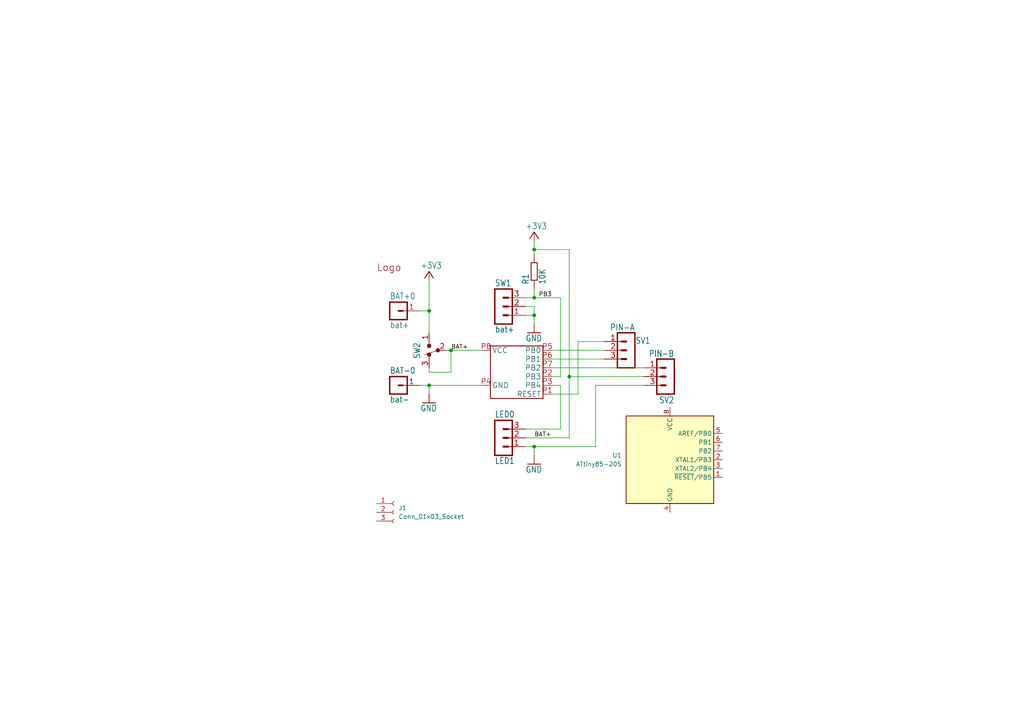
<source format=kicad_sch>
(kicad_sch
	(version 20250114)
	(generator "eeschema")
	(generator_version "9.0")
	(uuid "81b8b084-8461-4b3c-ac30-62ddc960295f")
	(paper "A4")
	(lib_symbols
		(symbol "Connector:Conn_01x03_Socket"
			(pin_names
				(offset 1.016)
				(hide yes)
			)
			(exclude_from_sim no)
			(in_bom yes)
			(on_board yes)
			(property "Reference" "J"
				(at 0 5.08 0)
				(effects
					(font
						(size 1.27 1.27)
					)
				)
			)
			(property "Value" "Conn_01x03_Socket"
				(at 0 -5.08 0)
				(effects
					(font
						(size 1.27 1.27)
					)
				)
			)
			(property "Footprint" ""
				(at 0 0 0)
				(effects
					(font
						(size 1.27 1.27)
					)
					(hide yes)
				)
			)
			(property "Datasheet" "~"
				(at 0 0 0)
				(effects
					(font
						(size 1.27 1.27)
					)
					(hide yes)
				)
			)
			(property "Description" "Generic connector, single row, 01x03, script generated"
				(at 0 0 0)
				(effects
					(font
						(size 1.27 1.27)
					)
					(hide yes)
				)
			)
			(property "ki_locked" ""
				(at 0 0 0)
				(effects
					(font
						(size 1.27 1.27)
					)
				)
			)
			(property "ki_keywords" "connector"
				(at 0 0 0)
				(effects
					(font
						(size 1.27 1.27)
					)
					(hide yes)
				)
			)
			(property "ki_fp_filters" "Connector*:*_1x??_*"
				(at 0 0 0)
				(effects
					(font
						(size 1.27 1.27)
					)
					(hide yes)
				)
			)
			(symbol "Conn_01x03_Socket_1_1"
				(polyline
					(pts
						(xy -1.27 2.54) (xy -0.508 2.54)
					)
					(stroke
						(width 0.1524)
						(type default)
					)
					(fill
						(type none)
					)
				)
				(polyline
					(pts
						(xy -1.27 0) (xy -0.508 0)
					)
					(stroke
						(width 0.1524)
						(type default)
					)
					(fill
						(type none)
					)
				)
				(polyline
					(pts
						(xy -1.27 -2.54) (xy -0.508 -2.54)
					)
					(stroke
						(width 0.1524)
						(type default)
					)
					(fill
						(type none)
					)
				)
				(arc
					(start 0 2.032)
					(mid -0.5058 2.54)
					(end 0 3.048)
					(stroke
						(width 0.1524)
						(type default)
					)
					(fill
						(type none)
					)
				)
				(arc
					(start 0 -0.508)
					(mid -0.5058 0)
					(end 0 0.508)
					(stroke
						(width 0.1524)
						(type default)
					)
					(fill
						(type none)
					)
				)
				(arc
					(start 0 -3.048)
					(mid -0.5058 -2.54)
					(end 0 -2.032)
					(stroke
						(width 0.1524)
						(type default)
					)
					(fill
						(type none)
					)
				)
				(pin passive line
					(at -5.08 2.54 0)
					(length 3.81)
					(name "Pin_1"
						(effects
							(font
								(size 1.27 1.27)
							)
						)
					)
					(number "1"
						(effects
							(font
								(size 1.27 1.27)
							)
						)
					)
				)
				(pin passive line
					(at -5.08 0 0)
					(length 3.81)
					(name "Pin_2"
						(effects
							(font
								(size 1.27 1.27)
							)
						)
					)
					(number "2"
						(effects
							(font
								(size 1.27 1.27)
							)
						)
					)
				)
				(pin passive line
					(at -5.08 -2.54 0)
					(length 3.81)
					(name "Pin_3"
						(effects
							(font
								(size 1.27 1.27)
							)
						)
					)
					(number "3"
						(effects
							(font
								(size 1.27 1.27)
							)
						)
					)
				)
			)
			(embedded_fonts no)
		)
		(symbol "MCU_Microchip_ATtiny:ATtiny85-20S"
			(exclude_from_sim no)
			(in_bom yes)
			(on_board yes)
			(property "Reference" "U"
				(at -12.7 13.97 0)
				(effects
					(font
						(size 1.27 1.27)
					)
					(justify left bottom)
				)
			)
			(property "Value" "ATtiny85-20S"
				(at 2.54 -13.97 0)
				(effects
					(font
						(size 1.27 1.27)
					)
					(justify left top)
				)
			)
			(property "Footprint" "Package_SO:SOIC-8_5.3x5.3mm_P1.27mm"
				(at 0 0 0)
				(effects
					(font
						(size 1.27 1.27)
						(italic yes)
					)
					(hide yes)
				)
			)
			(property "Datasheet" "http://ww1.microchip.com/downloads/en/DeviceDoc/atmel-2586-avr-8-bit-microcontroller-attiny25-attiny45-attiny85_datasheet.pdf"
				(at 0 0 0)
				(effects
					(font
						(size 1.27 1.27)
					)
					(hide yes)
				)
			)
			(property "Description" "20MHz, 8kB Flash, 512B SRAM, 512B EEPROM, debugWIRE, SOIC-8"
				(at 0 0 0)
				(effects
					(font
						(size 1.27 1.27)
					)
					(hide yes)
				)
			)
			(property "ki_keywords" "AVR 8bit Microcontroller tinyAVR"
				(at 0 0 0)
				(effects
					(font
						(size 1.27 1.27)
					)
					(hide yes)
				)
			)
			(property "ki_fp_filters" "*SOIC*5.3x5.3mm*P1.27mm*"
				(at 0 0 0)
				(effects
					(font
						(size 1.27 1.27)
					)
					(hide yes)
				)
			)
			(symbol "ATtiny85-20S_0_1"
				(rectangle
					(start -12.7 -12.7)
					(end 12.7 12.7)
					(stroke
						(width 0.254)
						(type default)
					)
					(fill
						(type background)
					)
				)
			)
			(symbol "ATtiny85-20S_1_1"
				(pin power_in line
					(at 0 15.24 270)
					(length 2.54)
					(name "VCC"
						(effects
							(font
								(size 1.27 1.27)
							)
						)
					)
					(number "8"
						(effects
							(font
								(size 1.27 1.27)
							)
						)
					)
				)
				(pin power_in line
					(at 0 -15.24 90)
					(length 2.54)
					(name "GND"
						(effects
							(font
								(size 1.27 1.27)
							)
						)
					)
					(number "4"
						(effects
							(font
								(size 1.27 1.27)
							)
						)
					)
				)
				(pin bidirectional line
					(at 15.24 7.62 180)
					(length 2.54)
					(name "AREF/PB0"
						(effects
							(font
								(size 1.27 1.27)
							)
						)
					)
					(number "5"
						(effects
							(font
								(size 1.27 1.27)
							)
						)
					)
				)
				(pin bidirectional line
					(at 15.24 5.08 180)
					(length 2.54)
					(name "PB1"
						(effects
							(font
								(size 1.27 1.27)
							)
						)
					)
					(number "6"
						(effects
							(font
								(size 1.27 1.27)
							)
						)
					)
				)
				(pin bidirectional line
					(at 15.24 2.54 180)
					(length 2.54)
					(name "PB2"
						(effects
							(font
								(size 1.27 1.27)
							)
						)
					)
					(number "7"
						(effects
							(font
								(size 1.27 1.27)
							)
						)
					)
				)
				(pin bidirectional line
					(at 15.24 0 180)
					(length 2.54)
					(name "XTAL1/PB3"
						(effects
							(font
								(size 1.27 1.27)
							)
						)
					)
					(number "2"
						(effects
							(font
								(size 1.27 1.27)
							)
						)
					)
				)
				(pin bidirectional line
					(at 15.24 -2.54 180)
					(length 2.54)
					(name "XTAL2/PB4"
						(effects
							(font
								(size 1.27 1.27)
							)
						)
					)
					(number "3"
						(effects
							(font
								(size 1.27 1.27)
							)
						)
					)
				)
				(pin bidirectional line
					(at 15.24 -5.08 180)
					(length 2.54)
					(name "~{RESET}/PB5"
						(effects
							(font
								(size 1.27 1.27)
							)
						)
					)
					(number "1"
						(effects
							(font
								(size 1.27 1.27)
							)
						)
					)
				)
			)
			(embedded_fonts no)
		)
		(symbol "pcb2-3-eagle-import:+3V3"
			(power)
			(exclude_from_sim no)
			(in_bom yes)
			(on_board yes)
			(property "Reference" "#+3V3"
				(at 0 0 0)
				(effects
					(font
						(size 1.27 1.27)
					)
					(hide yes)
				)
			)
			(property "Value" ""
				(at -2.54 -5.08 90)
				(effects
					(font
						(size 1.778 1.5113)
					)
					(justify left bottom)
				)
			)
			(property "Footprint" ""
				(at 0 0 0)
				(effects
					(font
						(size 1.27 1.27)
					)
					(hide yes)
				)
			)
			(property "Datasheet" ""
				(at 0 0 0)
				(effects
					(font
						(size 1.27 1.27)
					)
					(hide yes)
				)
			)
			(property "Description" "SUPPLY SYMBOL"
				(at 0 0 0)
				(effects
					(font
						(size 1.27 1.27)
					)
					(hide yes)
				)
			)
			(property "ki_locked" ""
				(at 0 0 0)
				(effects
					(font
						(size 1.27 1.27)
					)
				)
			)
			(symbol "+3V3_1_0"
				(polyline
					(pts
						(xy 0 0) (xy -1.27 -1.905)
					)
					(stroke
						(width 0.254)
						(type solid)
					)
					(fill
						(type none)
					)
				)
				(polyline
					(pts
						(xy 1.27 -1.905) (xy 0 0)
					)
					(stroke
						(width 0.254)
						(type solid)
					)
					(fill
						(type none)
					)
				)
				(pin power_in line
					(at 0 -2.54 90)
					(length 2.54)
					(name "+3V3"
						(effects
							(font
								(size 0 0)
							)
						)
					)
					(number "1"
						(effects
							(font
								(size 0 0)
							)
						)
					)
				)
			)
			(embedded_fonts no)
		)
		(symbol "pcb2-3-eagle-import:ATTINY85SOP8"
			(exclude_from_sim no)
			(in_bom yes)
			(on_board yes)
			(property "Reference" "ATTINY85-"
				(at 0 0 0)
				(effects
					(font
						(size 1.27 1.27)
					)
					(hide yes)
				)
			)
			(property "Value" ""
				(at 0 0 0)
				(effects
					(font
						(size 1.27 1.27)
					)
					(hide yes)
				)
			)
			(property "Footprint" "pcb2-3:ATTINY85-20SUR"
				(at 0 0 0)
				(effects
					(font
						(size 1.27 1.27)
					)
					(hide yes)
				)
			)
			(property "Datasheet" ""
				(at 0 0 0)
				(effects
					(font
						(size 1.27 1.27)
					)
					(hide yes)
				)
			)
			(property "Description" ""
				(at 0 0 0)
				(effects
					(font
						(size 1.27 1.27)
					)
					(hide yes)
				)
			)
			(property "ki_locked" ""
				(at 0 0 0)
				(effects
					(font
						(size 1.27 1.27)
					)
				)
			)
			(symbol "ATTINY85SOP8_1_0"
				(polyline
					(pts
						(xy -7.62 6.35) (xy 7.62 6.35)
					)
					(stroke
						(width 0.254)
						(type solid)
					)
					(fill
						(type none)
					)
				)
				(polyline
					(pts
						(xy -7.62 -8.89) (xy -7.62 6.35)
					)
					(stroke
						(width 0.254)
						(type solid)
					)
					(fill
						(type none)
					)
				)
				(polyline
					(pts
						(xy 7.62 6.35) (xy 7.62 -8.89)
					)
					(stroke
						(width 0.254)
						(type solid)
					)
					(fill
						(type none)
					)
				)
				(polyline
					(pts
						(xy 7.62 -8.89) (xy -7.62 -8.89)
					)
					(stroke
						(width 0.254)
						(type solid)
					)
					(fill
						(type none)
					)
				)
				(pin bidirectional line
					(at -10.16 5.08 0)
					(length 2.54)
					(name "VCC"
						(effects
							(font
								(size 1.524 1.524)
							)
						)
					)
					(number "P8"
						(effects
							(font
								(size 1.524 1.524)
							)
						)
					)
				)
				(pin bidirectional line
					(at -10.16 -5.08 0)
					(length 2.54)
					(name "GND"
						(effects
							(font
								(size 1.524 1.524)
							)
						)
					)
					(number "P4"
						(effects
							(font
								(size 1.524 1.524)
							)
						)
					)
				)
				(pin bidirectional line
					(at 10.16 5.08 180)
					(length 2.54)
					(name "PB0"
						(effects
							(font
								(size 1.524 1.524)
							)
						)
					)
					(number "P5"
						(effects
							(font
								(size 1.524 1.524)
							)
						)
					)
				)
				(pin bidirectional line
					(at 10.16 2.54 180)
					(length 2.54)
					(name "PB1"
						(effects
							(font
								(size 1.524 1.524)
							)
						)
					)
					(number "P6"
						(effects
							(font
								(size 1.524 1.524)
							)
						)
					)
				)
				(pin bidirectional line
					(at 10.16 0 180)
					(length 2.54)
					(name "PB2"
						(effects
							(font
								(size 1.524 1.524)
							)
						)
					)
					(number "P7"
						(effects
							(font
								(size 1.524 1.524)
							)
						)
					)
				)
				(pin bidirectional line
					(at 10.16 -2.54 180)
					(length 2.54)
					(name "PB3"
						(effects
							(font
								(size 1.524 1.524)
							)
						)
					)
					(number "P2"
						(effects
							(font
								(size 1.524 1.524)
							)
						)
					)
				)
				(pin bidirectional line
					(at 10.16 -5.08 180)
					(length 2.54)
					(name "PB4"
						(effects
							(font
								(size 1.524 1.524)
							)
						)
					)
					(number "P3"
						(effects
							(font
								(size 1.524 1.524)
							)
						)
					)
				)
				(pin bidirectional line
					(at 10.16 -7.62 180)
					(length 2.54)
					(name "RESET"
						(effects
							(font
								(size 1.524 1.524)
							)
						)
					)
					(number "P1"
						(effects
							(font
								(size 1.524 1.524)
							)
						)
					)
				)
			)
			(embedded_fonts no)
		)
		(symbol "pcb2-3-eagle-import:GND"
			(power)
			(exclude_from_sim no)
			(in_bom yes)
			(on_board yes)
			(property "Reference" "#GND"
				(at 0 0 0)
				(effects
					(font
						(size 1.27 1.27)
					)
					(hide yes)
				)
			)
			(property "Value" ""
				(at -2.54 -2.54 0)
				(effects
					(font
						(size 1.778 1.5113)
					)
					(justify left bottom)
				)
			)
			(property "Footprint" ""
				(at 0 0 0)
				(effects
					(font
						(size 1.27 1.27)
					)
					(hide yes)
				)
			)
			(property "Datasheet" ""
				(at 0 0 0)
				(effects
					(font
						(size 1.27 1.27)
					)
					(hide yes)
				)
			)
			(property "Description" "SUPPLY SYMBOL"
				(at 0 0 0)
				(effects
					(font
						(size 1.27 1.27)
					)
					(hide yes)
				)
			)
			(property "ki_locked" ""
				(at 0 0 0)
				(effects
					(font
						(size 1.27 1.27)
					)
				)
			)
			(symbol "GND_1_0"
				(polyline
					(pts
						(xy -1.905 0) (xy 1.905 0)
					)
					(stroke
						(width 0.254)
						(type solid)
					)
					(fill
						(type none)
					)
				)
				(pin power_in line
					(at 0 2.54 270)
					(length 2.54)
					(name "GND"
						(effects
							(font
								(size 0 0)
							)
						)
					)
					(number "1"
						(effects
							(font
								(size 0 0)
							)
						)
					)
				)
			)
			(embedded_fonts no)
		)
		(symbol "pcb2-3-eagle-import:LOGO-YT"
			(exclude_from_sim no)
			(in_bom yes)
			(on_board yes)
			(property "Reference" "LOGO"
				(at 0 0 0)
				(effects
					(font
						(size 1.27 1.27)
					)
					(hide yes)
				)
			)
			(property "Value" ""
				(at 0 0 0)
				(effects
					(font
						(size 1.27 1.27)
					)
					(hide yes)
				)
			)
			(property "Footprint" "pcb2-3:LOGO-YT1"
				(at 0 0 0)
				(effects
					(font
						(size 1.27 1.27)
					)
					(hide yes)
				)
			)
			(property "Datasheet" ""
				(at 0 0 0)
				(effects
					(font
						(size 1.27 1.27)
					)
					(hide yes)
				)
			)
			(property "Description" "Logo Bitmap"
				(at 0 0 0)
				(effects
					(font
						(size 1.27 1.27)
					)
					(hide yes)
				)
			)
			(property "ki_locked" ""
				(at 0 0 0)
				(effects
					(font
						(size 1.27 1.27)
					)
				)
			)
			(symbol "LOGO-YT_1_0"
				(text "Logo"
					(at 0 0 0)
					(effects
						(font
							(size 2 2)
						)
						(justify left bottom)
					)
				)
			)
			(embedded_fonts no)
		)
		(symbol "pcb2-3-eagle-import:PINHEAD-MA01-1"
			(exclude_from_sim no)
			(in_bom yes)
			(on_board yes)
			(property "Reference" ""
				(at -1.27 3.302 0)
				(effects
					(font
						(size 1.778 1.5113)
					)
					(justify left bottom)
				)
			)
			(property "Value" ""
				(at -1.27 -5.08 0)
				(effects
					(font
						(size 1.778 1.5113)
					)
					(justify left bottom)
				)
			)
			(property "Footprint" "pcb2-3:PINHEAD-MA01-1"
				(at 0 0 0)
				(effects
					(font
						(size 1.27 1.27)
					)
					(hide yes)
				)
			)
			(property "Datasheet" ""
				(at 0 0 0)
				(effects
					(font
						(size 1.27 1.27)
					)
					(hide yes)
				)
			)
			(property "Description" ""
				(at 0 0 0)
				(effects
					(font
						(size 1.27 1.27)
					)
					(hide yes)
				)
			)
			(property "ki_locked" ""
				(at 0 0 0)
				(effects
					(font
						(size 1.27 1.27)
					)
				)
			)
			(symbol "PINHEAD-MA01-1_1_0"
				(polyline
					(pts
						(xy -1.27 2.54) (xy -1.27 -2.54)
					)
					(stroke
						(width 0.4064)
						(type solid)
					)
					(fill
						(type none)
					)
				)
				(polyline
					(pts
						(xy -1.27 2.54) (xy 3.81 2.54)
					)
					(stroke
						(width 0.4064)
						(type solid)
					)
					(fill
						(type none)
					)
				)
				(polyline
					(pts
						(xy 1.27 0) (xy 2.54 0)
					)
					(stroke
						(width 0.508)
						(type solid)
					)
					(fill
						(type none)
					)
				)
				(polyline
					(pts
						(xy 3.81 -2.54) (xy -1.27 -2.54)
					)
					(stroke
						(width 0.4064)
						(type solid)
					)
					(fill
						(type none)
					)
				)
				(polyline
					(pts
						(xy 3.81 -2.54) (xy 3.81 2.54)
					)
					(stroke
						(width 0.4064)
						(type solid)
					)
					(fill
						(type none)
					)
				)
				(pin passive line
					(at 7.62 0 180)
					(length 5.08)
					(name "1"
						(effects
							(font
								(size 0 0)
							)
						)
					)
					(number "1"
						(effects
							(font
								(size 1.524 1.524)
							)
						)
					)
				)
			)
			(embedded_fonts no)
		)
		(symbol "pcb2-3-eagle-import:PINHEAD-MA03-1"
			(exclude_from_sim no)
			(in_bom yes)
			(on_board yes)
			(property "Reference" "SV"
				(at -1.27 8.382 0)
				(effects
					(font
						(size 1.778 1.5113)
					)
					(justify left bottom)
				)
			)
			(property "Value" ""
				(at -1.27 -5.08 0)
				(effects
					(font
						(size 1.778 1.5113)
					)
					(justify left bottom)
				)
			)
			(property "Footprint" "pcb2-3:PINHEAD-MA03-1"
				(at 0 0 0)
				(effects
					(font
						(size 1.27 1.27)
					)
					(hide yes)
				)
			)
			(property "Datasheet" ""
				(at 0 0 0)
				(effects
					(font
						(size 1.27 1.27)
					)
					(hide yes)
				)
			)
			(property "Description" "PIN HEADER"
				(at 0 0 0)
				(effects
					(font
						(size 1.27 1.27)
					)
					(hide yes)
				)
			)
			(property "ki_locked" ""
				(at 0 0 0)
				(effects
					(font
						(size 1.27 1.27)
					)
				)
			)
			(symbol "PINHEAD-MA03-1_1_0"
				(polyline
					(pts
						(xy -1.27 7.62) (xy -1.27 -2.54)
					)
					(stroke
						(width 0.4064)
						(type solid)
					)
					(fill
						(type none)
					)
				)
				(polyline
					(pts
						(xy -1.27 7.62) (xy 3.81 7.62)
					)
					(stroke
						(width 0.4064)
						(type solid)
					)
					(fill
						(type none)
					)
				)
				(polyline
					(pts
						(xy 1.27 5.08) (xy 2.54 5.08)
					)
					(stroke
						(width 0.6096)
						(type solid)
					)
					(fill
						(type none)
					)
				)
				(polyline
					(pts
						(xy 1.27 2.54) (xy 2.54 2.54)
					)
					(stroke
						(width 0.6096)
						(type solid)
					)
					(fill
						(type none)
					)
				)
				(polyline
					(pts
						(xy 1.27 0) (xy 2.54 0)
					)
					(stroke
						(width 0.6096)
						(type solid)
					)
					(fill
						(type none)
					)
				)
				(polyline
					(pts
						(xy 3.81 -2.54) (xy -1.27 -2.54)
					)
					(stroke
						(width 0.4064)
						(type solid)
					)
					(fill
						(type none)
					)
				)
				(polyline
					(pts
						(xy 3.81 -2.54) (xy 3.81 7.62)
					)
					(stroke
						(width 0.4064)
						(type solid)
					)
					(fill
						(type none)
					)
				)
				(pin passive line
					(at 7.62 5.08 180)
					(length 5.08)
					(name "3"
						(effects
							(font
								(size 0 0)
							)
						)
					)
					(number "3"
						(effects
							(font
								(size 1.524 1.524)
							)
						)
					)
				)
				(pin passive line
					(at 7.62 2.54 180)
					(length 5.08)
					(name "2"
						(effects
							(font
								(size 0 0)
							)
						)
					)
					(number "2"
						(effects
							(font
								(size 1.524 1.524)
							)
						)
					)
				)
				(pin passive line
					(at 7.62 0 180)
					(length 5.08)
					(name "1"
						(effects
							(font
								(size 0 0)
							)
						)
					)
					(number "1"
						(effects
							(font
								(size 1.524 1.524)
							)
						)
					)
				)
			)
			(embedded_fonts no)
		)
		(symbol "pcb2-3-eagle-import:R-EU_M3216"
			(exclude_from_sim no)
			(in_bom yes)
			(on_board yes)
			(property "Reference" "R"
				(at -3.81 1.4986 0)
				(effects
					(font
						(size 1.778 1.5113)
					)
					(justify left bottom)
				)
			)
			(property "Value" ""
				(at -3.81 -3.302 0)
				(effects
					(font
						(size 1.778 1.5113)
					)
					(justify left bottom)
				)
			)
			(property "Footprint" "pcb2-3:M3216"
				(at 0 0 0)
				(effects
					(font
						(size 1.27 1.27)
					)
					(hide yes)
				)
			)
			(property "Datasheet" ""
				(at 0 0 0)
				(effects
					(font
						(size 1.27 1.27)
					)
					(hide yes)
				)
			)
			(property "Description" "RESISTOR, European symbol"
				(at 0 0 0)
				(effects
					(font
						(size 1.27 1.27)
					)
					(hide yes)
				)
			)
			(property "ki_locked" ""
				(at 0 0 0)
				(effects
					(font
						(size 1.27 1.27)
					)
				)
			)
			(symbol "R-EU_M3216_1_0"
				(polyline
					(pts
						(xy -2.54 -0.889) (xy -2.54 0.889)
					)
					(stroke
						(width 0.254)
						(type solid)
					)
					(fill
						(type none)
					)
				)
				(polyline
					(pts
						(xy -2.54 -0.889) (xy 2.54 -0.889)
					)
					(stroke
						(width 0.254)
						(type solid)
					)
					(fill
						(type none)
					)
				)
				(polyline
					(pts
						(xy 2.54 0.889) (xy -2.54 0.889)
					)
					(stroke
						(width 0.254)
						(type solid)
					)
					(fill
						(type none)
					)
				)
				(polyline
					(pts
						(xy 2.54 -0.889) (xy 2.54 0.889)
					)
					(stroke
						(width 0.254)
						(type solid)
					)
					(fill
						(type none)
					)
				)
				(pin passive line
					(at -5.08 0 0)
					(length 2.54)
					(name "1"
						(effects
							(font
								(size 0 0)
							)
						)
					)
					(number "1"
						(effects
							(font
								(size 0 0)
							)
						)
					)
				)
				(pin passive line
					(at 5.08 0 180)
					(length 2.54)
					(name "2"
						(effects
							(font
								(size 0 0)
							)
						)
					)
					(number "2"
						(effects
							(font
								(size 0 0)
							)
						)
					)
				)
			)
			(embedded_fonts no)
		)
		(symbol "pcb2-3-eagle-import:SW3-1"
			(exclude_from_sim no)
			(in_bom yes)
			(on_board yes)
			(property "Reference" "SW"
				(at 1.27 2.54 0)
				(effects
					(font
						(size 1.778 1.5113)
					)
					(justify left bottom)
				)
			)
			(property "Value" ""
				(at 0 0 0)
				(effects
					(font
						(size 1.27 1.27)
					)
					(hide yes)
				)
			)
			(property "Footprint" "pcb2-3:SW3-1"
				(at 0 0 0)
				(effects
					(font
						(size 1.27 1.27)
					)
					(hide yes)
				)
			)
			(property "Datasheet" ""
				(at 0 0 0)
				(effects
					(font
						(size 1.27 1.27)
					)
					(hide yes)
				)
			)
			(property "Description" "Slide Switch 3x1 pin\n\nhttps://www.amazon.co.jp/gp/product/B01LYVYQNO/ https://www.amazon.co.jp/gp/product/B01LYVYQNO/\n\nSS12D00G3 2ポジションSPDT 1P2T 3ピン"
				(at 0 0 0)
				(effects
					(font
						(size 1.27 1.27)
					)
					(hide yes)
				)
			)
			(property "ki_locked" ""
				(at 0 0 0)
				(effects
					(font
						(size 1.27 1.27)
					)
				)
			)
			(symbol "SW3-1_1_0"
				(polyline
					(pts
						(xy 0 2.54) (xy 0 1.27)
					)
					(stroke
						(width 0.1524)
						(type solid)
					)
					(fill
						(type none)
					)
				)
				(circle
					(center 0 1.27)
					(radius 0.1)
					(stroke
						(width 0.508)
						(type solid)
					)
					(fill
						(type none)
					)
				)
				(circle
					(center 0 -1.27)
					(radius 0.1)
					(stroke
						(width 0.508)
						(type solid)
					)
					(fill
						(type none)
					)
				)
				(polyline
					(pts
						(xy 0 -2.54) (xy 0 -1.27)
					)
					(stroke
						(width 0.1524)
						(type solid)
					)
					(fill
						(type none)
					)
				)
				(polyline
					(pts
						(xy 2.54 0) (xy -1.27 -1.27)
					)
					(stroke
						(width 0.1524)
						(type solid)
					)
					(fill
						(type none)
					)
				)
				(circle
					(center 2.54 0)
					(radius 0.1)
					(stroke
						(width 0.508)
						(type solid)
					)
					(fill
						(type none)
					)
				)
				(pin passive line
					(at 0 5.08 270)
					(length 2.54)
					(name "1"
						(effects
							(font
								(size 0 0)
							)
						)
					)
					(number "1"
						(effects
							(font
								(size 1.524 1.524)
							)
						)
					)
				)
				(pin passive line
					(at 0 -5.08 90)
					(length 2.54)
					(name "3"
						(effects
							(font
								(size 0 0)
							)
						)
					)
					(number "3"
						(effects
							(font
								(size 1.524 1.524)
							)
						)
					)
				)
				(pin passive line
					(at 5.08 0 180)
					(length 2.54)
					(name "2"
						(effects
							(font
								(size 0 0)
							)
						)
					)
					(number "2"
						(effects
							(font
								(size 1.524 1.524)
							)
						)
					)
				)
			)
			(embedded_fonts no)
		)
		(symbol "pcb2-3-eagle-import:ytani1_30941153_PINHEAD-MA03-1"
			(exclude_from_sim no)
			(in_bom yes)
			(on_board yes)
			(property "Reference" "SV"
				(at -1.27 8.382 0)
				(effects
					(font
						(size 1.778 1.5113)
					)
					(justify left bottom)
				)
			)
			(property "Value" ""
				(at -1.27 -5.08 0)
				(effects
					(font
						(size 1.778 1.5113)
					)
					(justify left bottom)
				)
			)
			(property "Footprint" "pcb2-3:PINHEAD-MA03-1"
				(at 0 0 0)
				(effects
					(font
						(size 1.27 1.27)
					)
					(hide yes)
				)
			)
			(property "Datasheet" ""
				(at 0 0 0)
				(effects
					(font
						(size 1.27 1.27)
					)
					(hide yes)
				)
			)
			(property "Description" "PIN HEADER"
				(at 0 0 0)
				(effects
					(font
						(size 1.27 1.27)
					)
					(hide yes)
				)
			)
			(property "ki_locked" ""
				(at 0 0 0)
				(effects
					(font
						(size 1.27 1.27)
					)
				)
			)
			(symbol "ytani1_30941153_PINHEAD-MA03-1_1_0"
				(polyline
					(pts
						(xy -1.27 7.62) (xy -1.27 -2.54)
					)
					(stroke
						(width 0.4064)
						(type solid)
					)
					(fill
						(type none)
					)
				)
				(polyline
					(pts
						(xy -1.27 7.62) (xy 3.81 7.62)
					)
					(stroke
						(width 0.4064)
						(type solid)
					)
					(fill
						(type none)
					)
				)
				(polyline
					(pts
						(xy 1.27 5.08) (xy 2.54 5.08)
					)
					(stroke
						(width 0.6096)
						(type solid)
					)
					(fill
						(type none)
					)
				)
				(polyline
					(pts
						(xy 1.27 2.54) (xy 2.54 2.54)
					)
					(stroke
						(width 0.6096)
						(type solid)
					)
					(fill
						(type none)
					)
				)
				(polyline
					(pts
						(xy 1.27 0) (xy 2.54 0)
					)
					(stroke
						(width 0.6096)
						(type solid)
					)
					(fill
						(type none)
					)
				)
				(polyline
					(pts
						(xy 3.81 -2.54) (xy -1.27 -2.54)
					)
					(stroke
						(width 0.4064)
						(type solid)
					)
					(fill
						(type none)
					)
				)
				(polyline
					(pts
						(xy 3.81 -2.54) (xy 3.81 7.62)
					)
					(stroke
						(width 0.4064)
						(type solid)
					)
					(fill
						(type none)
					)
				)
				(pin passive line
					(at 7.62 5.08 180)
					(length 5.08)
					(name "3"
						(effects
							(font
								(size 0 0)
							)
						)
					)
					(number "3"
						(effects
							(font
								(size 1.524 1.524)
							)
						)
					)
				)
				(pin passive line
					(at 7.62 2.54 180)
					(length 5.08)
					(name "2"
						(effects
							(font
								(size 0 0)
							)
						)
					)
					(number "2"
						(effects
							(font
								(size 1.524 1.524)
							)
						)
					)
				)
				(pin passive line
					(at 7.62 0 180)
					(length 5.08)
					(name "1"
						(effects
							(font
								(size 0 0)
							)
						)
					)
					(number "1"
						(effects
							(font
								(size 1.524 1.524)
							)
						)
					)
				)
			)
			(embedded_fonts no)
		)
	)
	(junction
		(at 154.94 91.44)
		(diameter 0)
		(color 0 0 0 0)
		(uuid "29a3b533-b9bc-442c-b514-6e455f09f2f9")
	)
	(junction
		(at 124.46 90.17)
		(diameter 0)
		(color 0 0 0 0)
		(uuid "41e0b6d3-19fa-4563-94e5-98bbb23272c4")
	)
	(junction
		(at 130.81 101.6)
		(diameter 0)
		(color 0 0 0 0)
		(uuid "5a49cdf1-773c-4afc-8fa9-d2131d61fc79")
	)
	(junction
		(at 154.94 72.39)
		(diameter 0)
		(color 0 0 0 0)
		(uuid "68a2a5b5-2b9e-4b77-b1ad-f34fd7b1e8b9")
	)
	(junction
		(at 165.1 109.22)
		(diameter 0)
		(color 0 0 0 0)
		(uuid "7a47490c-f52b-4fd7-b2cd-39940788fe08")
	)
	(junction
		(at 154.94 86.36)
		(diameter 0)
		(color 0 0 0 0)
		(uuid "89e060b7-5e16-46d8-ba71-d731886dd56a")
	)
	(junction
		(at 154.94 129.54)
		(diameter 0)
		(color 0 0 0 0)
		(uuid "96ec384d-38d4-4076-ab88-89350fbd853c")
	)
	(junction
		(at 124.46 111.76)
		(diameter 0)
		(color 0 0 0 0)
		(uuid "f72d328d-ede2-4f6f-a2ca-9b44d7f1b206")
	)
	(wire
		(pts
			(xy 124.46 106.68) (xy 124.46 107.95)
		)
		(stroke
			(width 0.1524)
			(type solid)
		)
		(uuid "048bb83a-36db-4516-8156-3fe69ef49ff0")
	)
	(wire
		(pts
			(xy 186.69 109.22) (xy 165.1 109.22)
		)
		(stroke
			(width 0.1524)
			(type solid)
		)
		(uuid "04cb41eb-b899-4a5c-af8c-10fdaff34301")
	)
	(wire
		(pts
			(xy 154.94 72.39) (xy 154.94 73.66)
		)
		(stroke
			(width 0.1524)
			(type solid)
		)
		(uuid "0c385783-7231-4597-b6cd-fbea0319b1de")
	)
	(wire
		(pts
			(xy 124.46 111.76) (xy 124.46 114.3)
		)
		(stroke
			(width 0.1524)
			(type solid)
		)
		(uuid "1e994101-ef0c-4e8b-8db3-2525bece96b8")
	)
	(wire
		(pts
			(xy 167.64 114.3) (xy 167.64 99.06)
		)
		(stroke
			(width 0.1524)
			(type solid)
		)
		(uuid "2122bfec-136a-4f12-8d7d-0e786befa833")
	)
	(wire
		(pts
			(xy 165.1 109.22) (xy 165.1 72.39)
		)
		(stroke
			(width 0.1524)
			(type solid)
		)
		(uuid "22cabd80-e908-4bac-8f52-b2430dc4e8d6")
	)
	(wire
		(pts
			(xy 160.02 104.14) (xy 175.26 104.14)
		)
		(stroke
			(width 0.1524)
			(type solid)
		)
		(uuid "299c1e8f-c119-4c5b-86a8-26f082b6796b")
	)
	(wire
		(pts
			(xy 160.02 114.3) (xy 167.64 114.3)
		)
		(stroke
			(width 0.1524)
			(type solid)
		)
		(uuid "2d38019c-e8c1-4699-81dc-a5fcadc3c49a")
	)
	(wire
		(pts
			(xy 172.72 111.76) (xy 172.72 129.54)
		)
		(stroke
			(width 0.1524)
			(type solid)
		)
		(uuid "34b84276-6eac-46d0-a214-e1b76c7f7849")
	)
	(wire
		(pts
			(xy 152.4 127) (xy 165.1 127)
		)
		(stroke
			(width 0.1524)
			(type solid)
		)
		(uuid "385773d3-8641-42a2-af2e-1c0822f67876")
	)
	(wire
		(pts
			(xy 160.02 109.22) (xy 162.56 109.22)
		)
		(stroke
			(width 0.1524)
			(type solid)
		)
		(uuid "5319541b-dcbd-482e-b664-b77a9e7f4c85")
	)
	(wire
		(pts
			(xy 154.94 91.44) (xy 154.94 93.98)
		)
		(stroke
			(width 0.1524)
			(type solid)
		)
		(uuid "540b0816-b686-4627-9986-2846acf0f0ed")
	)
	(wire
		(pts
			(xy 154.94 129.54) (xy 154.94 132.08)
		)
		(stroke
			(width 0.1524)
			(type solid)
		)
		(uuid "5715c14f-aaf7-4436-b9ce-1a72c970da44")
	)
	(wire
		(pts
			(xy 124.46 111.76) (xy 139.7 111.76)
		)
		(stroke
			(width 0.1524)
			(type solid)
		)
		(uuid "5bbf9acc-6100-4918-abdb-86950eea0c0d")
	)
	(wire
		(pts
			(xy 186.69 111.76) (xy 172.72 111.76)
		)
		(stroke
			(width 0.1524)
			(type solid)
		)
		(uuid "5c9a7885-7792-4885-9b13-7684ceffba71")
	)
	(wire
		(pts
			(xy 162.56 109.22) (xy 162.56 86.36)
		)
		(stroke
			(width 0.1524)
			(type solid)
		)
		(uuid "5c9fed8a-ae98-4056-a0d9-9a82ef3f6a96")
	)
	(wire
		(pts
			(xy 124.46 90.17) (xy 124.46 81.28)
		)
		(stroke
			(width 0.1524)
			(type solid)
		)
		(uuid "60dd3408-b58b-4c38-b780-03aad13787a3")
	)
	(wire
		(pts
			(xy 162.56 111.76) (xy 160.02 111.76)
		)
		(stroke
			(width 0.1524)
			(type solid)
		)
		(uuid "637136c8-679d-44e0-8dbb-f583268733dc")
	)
	(wire
		(pts
			(xy 152.4 88.9) (xy 154.94 88.9)
		)
		(stroke
			(width 0.1524)
			(type solid)
		)
		(uuid "6feee426-f1de-486d-814a-3ae01e222be9")
	)
	(wire
		(pts
			(xy 160.02 106.68) (xy 186.69 106.68)
		)
		(stroke
			(width 0.1524)
			(type solid)
		)
		(uuid "7851fa71-f677-45b6-84c0-198d98ebfc53")
	)
	(wire
		(pts
			(xy 130.81 101.6) (xy 139.7 101.6)
		)
		(stroke
			(width 0.1524)
			(type solid)
		)
		(uuid "8385dab5-8e90-4d93-bf07-08ad52eda050")
	)
	(wire
		(pts
			(xy 152.4 129.54) (xy 154.94 129.54)
		)
		(stroke
			(width 0.1524)
			(type solid)
		)
		(uuid "888752be-af0a-4b8a-b46a-a8e581b4d9b3")
	)
	(wire
		(pts
			(xy 154.94 72.39) (xy 165.1 72.39)
		)
		(stroke
			(width 0.1524)
			(type solid)
		)
		(uuid "908023f0-0b97-47c0-a418-c4686ce5d5f4")
	)
	(wire
		(pts
			(xy 124.46 96.52) (xy 124.46 90.17)
		)
		(stroke
			(width 0.1524)
			(type solid)
		)
		(uuid "9468d91d-f744-4966-a21a-d5173e784fcb")
	)
	(wire
		(pts
			(xy 154.94 86.36) (xy 154.94 83.82)
		)
		(stroke
			(width 0.1524)
			(type solid)
		)
		(uuid "96f6613f-d9a3-4039-9983-f9d0e9231643")
	)
	(wire
		(pts
			(xy 124.46 107.95) (xy 130.81 107.95)
		)
		(stroke
			(width 0.1524)
			(type solid)
		)
		(uuid "99b5c0d7-7bce-4b80-be9b-523093877863")
	)
	(wire
		(pts
			(xy 167.64 99.06) (xy 175.26 99.06)
		)
		(stroke
			(width 0.1524)
			(type solid)
		)
		(uuid "9b44a9cf-cd92-4791-9c8e-1891c67b9a8e")
	)
	(wire
		(pts
			(xy 162.56 86.36) (xy 154.94 86.36)
		)
		(stroke
			(width 0.1524)
			(type solid)
		)
		(uuid "a4839aa8-5c2e-419c-bda6-952b2af5029b")
	)
	(wire
		(pts
			(xy 154.94 88.9) (xy 154.94 91.44)
		)
		(stroke
			(width 0.1524)
			(type solid)
		)
		(uuid "a69516ae-0e83-466b-bbef-914e348f3580")
	)
	(wire
		(pts
			(xy 130.81 107.95) (xy 130.81 101.6)
		)
		(stroke
			(width 0.1524)
			(type solid)
		)
		(uuid "a8621385-f61d-4059-8029-b6dde0299185")
	)
	(wire
		(pts
			(xy 172.72 129.54) (xy 154.94 129.54)
		)
		(stroke
			(width 0.1524)
			(type solid)
		)
		(uuid "b3470b4d-a143-4730-95aa-cab6a444a199")
	)
	(wire
		(pts
			(xy 162.56 124.46) (xy 162.56 111.76)
		)
		(stroke
			(width 0.1524)
			(type solid)
		)
		(uuid "ba501821-9497-478b-bfdc-5f5fe84d4681")
	)
	(wire
		(pts
			(xy 165.1 127) (xy 165.1 109.22)
		)
		(stroke
			(width 0.1524)
			(type solid)
		)
		(uuid "c0619a5f-cd0c-4ef0-90db-2c10bff6e845")
	)
	(wire
		(pts
			(xy 154.94 69.85) (xy 154.94 72.39)
		)
		(stroke
			(width 0)
			(type default)
		)
		(uuid "c9456a11-243e-4a16-ac46-eecd53fb296a")
	)
	(wire
		(pts
			(xy 121.92 90.17) (xy 124.46 90.17)
		)
		(stroke
			(width 0.1524)
			(type solid)
		)
		(uuid "d24c1f58-a8ff-437c-a26a-ccad46402a46")
	)
	(wire
		(pts
			(xy 160.02 101.6) (xy 175.26 101.6)
		)
		(stroke
			(width 0.1524)
			(type solid)
		)
		(uuid "da62e984-25a3-4d89-a311-3916099ca87c")
	)
	(wire
		(pts
			(xy 152.4 86.36) (xy 154.94 86.36)
		)
		(stroke
			(width 0.1524)
			(type solid)
		)
		(uuid "dbdb1912-5190-450b-b3c4-a288af10ddd8")
	)
	(wire
		(pts
			(xy 121.92 111.76) (xy 124.46 111.76)
		)
		(stroke
			(width 0.1524)
			(type solid)
		)
		(uuid "dfb4e15b-7fb8-4589-9969-20080c1fb34a")
	)
	(wire
		(pts
			(xy 129.54 101.6) (xy 130.81 101.6)
		)
		(stroke
			(width 0.1524)
			(type solid)
		)
		(uuid "ebd4e9f6-81b7-4337-a5b0-74362b2143e4")
	)
	(wire
		(pts
			(xy 152.4 91.44) (xy 154.94 91.44)
		)
		(stroke
			(width 0.1524)
			(type solid)
		)
		(uuid "f9f782ff-fc45-460f-9a96-64563eb68455")
	)
	(wire
		(pts
			(xy 152.4 124.46) (xy 162.56 124.46)
		)
		(stroke
			(width 0.1524)
			(type solid)
		)
		(uuid "fd26ef3d-2b9c-461a-b849-aa20116f3c53")
	)
	(label "PB3"
		(at 156.21 86.36 0)
		(effects
			(font
				(size 1.2446 1.2446)
			)
			(justify left bottom)
		)
		(uuid "415362c7-f175-4a54-ad23-530c67b5c315")
	)
	(label "BAT+"
		(at 154.94 127 0)
		(effects
			(font
				(size 1.2446 1.2446)
			)
			(justify left bottom)
		)
		(uuid "b741d0f4-b452-4249-a786-00685d9c6ffd")
	)
	(label "BAT+"
		(at 130.81 101.6 0)
		(effects
			(font
				(size 1.2446 1.2446)
			)
			(justify left bottom)
		)
		(uuid "e9853295-d41d-47d8-8685-387fa0cc0b84")
	)
	(symbol
		(lib_id "pcb2-3-eagle-import:GND")
		(at 124.46 116.84 0)
		(unit 1)
		(exclude_from_sim no)
		(in_bom yes)
		(on_board yes)
		(dnp no)
		(uuid "0740ccff-50ea-4963-8da3-d8e135b06006")
		(property "Reference" "#GND1"
			(at 124.46 116.84 0)
			(effects
				(font
					(size 1.27 1.27)
				)
				(hide yes)
			)
		)
		(property "Value" "GND"
			(at 121.92 119.38 0)
			(effects
				(font
					(size 1.778 1.5113)
				)
				(justify left bottom)
			)
		)
		(property "Footprint" ""
			(at 124.46 116.84 0)
			(effects
				(font
					(size 1.27 1.27)
				)
				(hide yes)
			)
		)
		(property "Datasheet" ""
			(at 124.46 116.84 0)
			(effects
				(font
					(size 1.27 1.27)
				)
				(hide yes)
			)
		)
		(property "Description" ""
			(at 124.46 116.84 0)
			(effects
				(font
					(size 1.27 1.27)
				)
				(hide yes)
			)
		)
		(pin "1"
			(uuid "4d81f8fd-d3ac-4995-a1ec-05c52b2514b7")
		)
		(instances
			(project ""
				(path "/81b8b084-8461-4b3c-ac30-62ddc960295f"
					(reference "#GND1")
					(unit 1)
				)
			)
		)
	)
	(symbol
		(lib_id "pcb2-3-eagle-import:GND")
		(at 154.94 134.62 0)
		(unit 1)
		(exclude_from_sim no)
		(in_bom yes)
		(on_board yes)
		(dnp no)
		(uuid "0edfcb43-994d-4658-bc54-df28b31edec6")
		(property "Reference" "#GND4"
			(at 154.94 134.62 0)
			(effects
				(font
					(size 1.27 1.27)
				)
				(hide yes)
			)
		)
		(property "Value" "GND"
			(at 152.4 137.16 0)
			(effects
				(font
					(size 1.778 1.5113)
				)
				(justify left bottom)
			)
		)
		(property "Footprint" ""
			(at 154.94 134.62 0)
			(effects
				(font
					(size 1.27 1.27)
				)
				(hide yes)
			)
		)
		(property "Datasheet" ""
			(at 154.94 134.62 0)
			(effects
				(font
					(size 1.27 1.27)
				)
				(hide yes)
			)
		)
		(property "Description" ""
			(at 154.94 134.62 0)
			(effects
				(font
					(size 1.27 1.27)
				)
				(hide yes)
			)
		)
		(pin "1"
			(uuid "c711e328-8c22-4dab-8b89-aba813507f84")
		)
		(instances
			(project ""
				(path "/81b8b084-8461-4b3c-ac30-62ddc960295f"
					(reference "#GND4")
					(unit 1)
				)
			)
		)
	)
	(symbol
		(lib_id "pcb2-3-eagle-import:ytani1_30941153_PINHEAD-MA03-1")
		(at 144.78 129.54 0)
		(unit 1)
		(exclude_from_sim no)
		(in_bom yes)
		(on_board yes)
		(dnp no)
		(uuid "1ac74df5-cd86-4516-b679-710af7aa60e3")
		(property "Reference" "LED0"
			(at 143.51 121.158 0)
			(effects
				(font
					(size 1.778 1.5113)
				)
				(justify left bottom)
			)
		)
		(property "Value" "LED1"
			(at 143.51 134.62 0)
			(effects
				(font
					(size 1.778 1.5113)
				)
				(justify left bottom)
			)
		)
		(property "Footprint" "pcb2-3:PINHEAD-MA03-1"
			(at 144.78 129.54 0)
			(effects
				(font
					(size 1.27 1.27)
				)
				(hide yes)
			)
		)
		(property "Datasheet" ""
			(at 144.78 129.54 0)
			(effects
				(font
					(size 1.27 1.27)
				)
				(hide yes)
			)
		)
		(property "Description" ""
			(at 144.78 129.54 0)
			(effects
				(font
					(size 1.27 1.27)
				)
				(hide yes)
			)
		)
		(pin "1"
			(uuid "92ec8d4b-643d-4f60-9a40-6278140c25ef")
		)
		(pin "3"
			(uuid "877deb17-b586-4350-9a88-812966657c36")
		)
		(pin "2"
			(uuid "4bff48c0-9261-4caf-9d57-5dbcd4d7ad18")
		)
		(instances
			(project ""
				(path "/81b8b084-8461-4b3c-ac30-62ddc960295f"
					(reference "LED0")
					(unit 1)
				)
			)
		)
	)
	(symbol
		(lib_id "pcb2-3-eagle-import:ATTINY85SOP8")
		(at 149.86 106.68 0)
		(unit 1)
		(exclude_from_sim no)
		(in_bom yes)
		(on_board yes)
		(dnp no)
		(uuid "2bc351cb-0558-446d-a16a-a6546ac694c5")
		(property "Reference" "ATTINY85-1"
			(at 149.86 106.68 0)
			(effects
				(font
					(size 1.27 1.27)
				)
				(hide yes)
			)
		)
		(property "Value" "ATTINY85"
			(at 149.86 106.68 0)
			(effects
				(font
					(size 1.27 1.27)
				)
				(hide yes)
			)
		)
		(property "Footprint" "pcb2-3:ATTINY85-20SUR"
			(at 149.86 106.68 0)
			(effects
				(font
					(size 1.27 1.27)
				)
				(hide yes)
			)
		)
		(property "Datasheet" ""
			(at 149.86 106.68 0)
			(effects
				(font
					(size 1.27 1.27)
				)
				(hide yes)
			)
		)
		(property "Description" ""
			(at 149.86 106.68 0)
			(effects
				(font
					(size 1.27 1.27)
				)
				(hide yes)
			)
		)
		(pin "P6"
			(uuid "81ecd606-f17d-4228-aba9-b1bdedbfb492")
		)
		(pin "P5"
			(uuid "4921747e-e2ef-4965-9b2a-210d42f7f716")
		)
		(pin "P7"
			(uuid "78d01a12-9cf7-456b-8bb9-77c246d21a79")
		)
		(pin "P4"
			(uuid "e9988b8d-ecae-4486-9416-78eb53f7cf2a")
		)
		(pin "P2"
			(uuid "9608e81a-f7e6-4cc3-83c0-56cd83194d14")
		)
		(pin "P8"
			(uuid "7a7e24d7-b4cd-475b-98a3-3893d2853204")
		)
		(pin "P3"
			(uuid "897e2a1a-a56d-49ea-81b9-137db72239e7")
		)
		(pin "P1"
			(uuid "0f1696be-a782-4fbc-90f3-ee06228fdd25")
		)
		(instances
			(project ""
				(path "/81b8b084-8461-4b3c-ac30-62ddc960295f"
					(reference "ATTINY85-1")
					(unit 1)
				)
			)
		)
	)
	(symbol
		(lib_id "pcb2-3-eagle-import:R-EU_M3216")
		(at 154.94 78.74 90)
		(unit 1)
		(exclude_from_sim no)
		(in_bom yes)
		(on_board yes)
		(dnp no)
		(uuid "2fffae0d-3e63-45a5-a899-3617f65851b5")
		(property "Reference" "R1"
			(at 153.4414 82.55 0)
			(effects
				(font
					(size 1.778 1.5113)
				)
				(justify left bottom)
			)
		)
		(property "Value" "10K"
			(at 158.242 82.55 0)
			(effects
				(font
					(size 1.778 1.5113)
				)
				(justify left bottom)
			)
		)
		(property "Footprint" "pcb2-3:M3216"
			(at 154.94 78.74 0)
			(effects
				(font
					(size 1.27 1.27)
				)
				(hide yes)
			)
		)
		(property "Datasheet" ""
			(at 154.94 78.74 0)
			(effects
				(font
					(size 1.27 1.27)
				)
				(hide yes)
			)
		)
		(property "Description" ""
			(at 154.94 78.74 0)
			(effects
				(font
					(size 1.27 1.27)
				)
				(hide yes)
			)
		)
		(pin "1"
			(uuid "887ca299-b6f7-4f8b-9cc7-b8515088da5b")
		)
		(pin "2"
			(uuid "2e2c1494-edda-4938-adf5-feee2faff0bb")
		)
		(instances
			(project ""
				(path "/81b8b084-8461-4b3c-ac30-62ddc960295f"
					(reference "R1")
					(unit 1)
				)
			)
		)
	)
	(symbol
		(lib_id "pcb2-3-eagle-import:PINHEAD-MA03-1")
		(at 182.88 99.06 180)
		(unit 1)
		(exclude_from_sim no)
		(in_bom yes)
		(on_board yes)
		(dnp no)
		(uuid "4d51fe1f-12ab-4c42-bbb5-9fe1c702a2cb")
		(property "Reference" "SV1"
			(at 188.722 97.79 0)
			(effects
				(font
					(size 1.778 1.5113)
				)
				(justify left bottom)
			)
		)
		(property "Value" "PIN-A"
			(at 184.15 93.98 0)
			(effects
				(font
					(size 1.778 1.5113)
				)
				(justify left bottom)
			)
		)
		(property "Footprint" "pcb2-3:PINHEAD-MA03-1"
			(at 182.88 99.06 0)
			(effects
				(font
					(size 1.27 1.27)
				)
				(hide yes)
			)
		)
		(property "Datasheet" ""
			(at 182.88 99.06 0)
			(effects
				(font
					(size 1.27 1.27)
				)
				(hide yes)
			)
		)
		(property "Description" ""
			(at 182.88 99.06 0)
			(effects
				(font
					(size 1.27 1.27)
				)
				(hide yes)
			)
		)
		(pin "2"
			(uuid "48daf850-51ce-4c11-abd8-f42b9f5b934d")
		)
		(pin "3"
			(uuid "baab9894-2933-4233-af81-968dae081b04")
		)
		(pin "1"
			(uuid "04f48a97-7950-4228-a513-716802221bc9")
		)
		(instances
			(project ""
				(path "/81b8b084-8461-4b3c-ac30-62ddc960295f"
					(reference "SV1")
					(unit 1)
				)
			)
		)
	)
	(symbol
		(lib_id "pcb2-3-eagle-import:GND")
		(at 154.94 96.52 0)
		(unit 1)
		(exclude_from_sim no)
		(in_bom yes)
		(on_board yes)
		(dnp no)
		(uuid "65e7d4ab-9530-4461-bb2f-50090a610a15")
		(property "Reference" "#GND3"
			(at 154.94 96.52 0)
			(effects
				(font
					(size 1.27 1.27)
				)
				(hide yes)
			)
		)
		(property "Value" "GND"
			(at 152.4 99.06 0)
			(effects
				(font
					(size 1.778 1.5113)
				)
				(justify left bottom)
			)
		)
		(property "Footprint" ""
			(at 154.94 96.52 0)
			(effects
				(font
					(size 1.27 1.27)
				)
				(hide yes)
			)
		)
		(property "Datasheet" ""
			(at 154.94 96.52 0)
			(effects
				(font
					(size 1.27 1.27)
				)
				(hide yes)
			)
		)
		(property "Description" ""
			(at 154.94 96.52 0)
			(effects
				(font
					(size 1.27 1.27)
				)
				(hide yes)
			)
		)
		(pin "1"
			(uuid "0746e1a5-01b3-4e90-8e70-b490cd787a57")
		)
		(instances
			(project ""
				(path "/81b8b084-8461-4b3c-ac30-62ddc960295f"
					(reference "#GND3")
					(unit 1)
				)
			)
		)
	)
	(symbol
		(lib_id "pcb2-3-eagle-import:SW3-1")
		(at 124.46 101.6 0)
		(unit 1)
		(exclude_from_sim no)
		(in_bom yes)
		(on_board yes)
		(dnp no)
		(uuid "69da02f0-bfe1-4612-be47-0f3250d93b0d")
		(property "Reference" "SW2"
			(at 121.92 104.14 90)
			(effects
				(font
					(size 1.778 1.5113)
				)
				(justify left bottom)
			)
		)
		(property "Value" "POWER"
			(at 124.46 101.6 0)
			(effects
				(font
					(size 1.27 1.27)
				)
				(hide yes)
			)
		)
		(property "Footprint" "pcb2-3:SW3-1"
			(at 124.46 101.6 0)
			(effects
				(font
					(size 1.27 1.27)
				)
				(hide yes)
			)
		)
		(property "Datasheet" ""
			(at 124.46 101.6 0)
			(effects
				(font
					(size 1.27 1.27)
				)
				(hide yes)
			)
		)
		(property "Description" ""
			(at 124.46 101.6 0)
			(effects
				(font
					(size 1.27 1.27)
				)
				(hide yes)
			)
		)
		(pin "2"
			(uuid "cec5c3e6-a60a-4568-b701-86a03dd6ec8b")
		)
		(pin "1"
			(uuid "2bcde18f-f744-4653-92ae-5a0ba8a4ceb9")
		)
		(pin "3"
			(uuid "32094452-92db-4f3f-84ca-94175ddfba1a")
		)
		(instances
			(project ""
				(path "/81b8b084-8461-4b3c-ac30-62ddc960295f"
					(reference "SW2")
					(unit 1)
				)
			)
		)
	)
	(symbol
		(lib_id "pcb2-3-eagle-import:+3V3")
		(at 154.94 67.31 0)
		(unit 1)
		(exclude_from_sim no)
		(in_bom yes)
		(on_board yes)
		(dnp no)
		(uuid "755dec07-72a8-4fcc-9e3d-3060c16c736e")
		(property "Reference" "#+3V02"
			(at 154.94 67.31 0)
			(effects
				(font
					(size 1.27 1.27)
				)
				(hide yes)
			)
		)
		(property "Value" "+3V3"
			(at 152.4 66.548 0)
			(effects
				(font
					(size 1.778 1.5113)
				)
				(justify left bottom)
			)
		)
		(property "Footprint" ""
			(at 154.94 67.31 0)
			(effects
				(font
					(size 1.27 1.27)
				)
				(hide yes)
			)
		)
		(property "Datasheet" ""
			(at 154.94 67.31 0)
			(effects
				(font
					(size 1.27 1.27)
				)
				(hide yes)
			)
		)
		(property "Description" ""
			(at 154.94 67.31 0)
			(effects
				(font
					(size 1.27 1.27)
				)
				(hide yes)
			)
		)
		(pin "1"
			(uuid "c67b9ac9-af1e-496d-87a1-eeb17acc2595")
		)
		(instances
			(project "pcb2-3"
				(path "/81b8b084-8461-4b3c-ac30-62ddc960295f"
					(reference "#+3V02")
					(unit 1)
				)
			)
		)
	)
	(symbol
		(lib_id "Connector:Conn_01x03_Socket")
		(at 114.3 148.59 0)
		(unit 1)
		(exclude_from_sim no)
		(in_bom yes)
		(on_board yes)
		(dnp no)
		(fields_autoplaced yes)
		(uuid "7cecb2c2-a528-4170-aaa9-bad7143accef")
		(property "Reference" "J1"
			(at 115.57 147.3199 0)
			(effects
				(font
					(size 1.27 1.27)
				)
				(justify left)
			)
		)
		(property "Value" "Conn_01x03_Socket"
			(at 115.57 149.8599 0)
			(effects
				(font
					(size 1.27 1.27)
				)
				(justify left)
			)
		)
		(property "Footprint" ""
			(at 114.3 148.59 0)
			(effects
				(font
					(size 1.27 1.27)
				)
				(hide yes)
			)
		)
		(property "Datasheet" "~"
			(at 114.3 148.59 0)
			(effects
				(font
					(size 1.27 1.27)
				)
				(hide yes)
			)
		)
		(property "Description" "Generic connector, single row, 01x03, script generated"
			(at 114.3 148.59 0)
			(effects
				(font
					(size 1.27 1.27)
				)
				(hide yes)
			)
		)
		(pin "1"
			(uuid "b5c64b65-49b7-456b-958d-e061846b4fe5")
		)
		(pin "3"
			(uuid "dd60c051-4c3c-4b7a-8ed2-293a95736814")
		)
		(pin "2"
			(uuid "558261d2-2766-4627-9f59-0983cb8177e8")
		)
		(instances
			(project ""
				(path "/81b8b084-8461-4b3c-ac30-62ddc960295f"
					(reference "J1")
					(unit 1)
				)
			)
		)
	)
	(symbol
		(lib_id "pcb2-3-eagle-import:LOGO-YT")
		(at 109.22 78.74 0)
		(unit 1)
		(exclude_from_sim no)
		(in_bom yes)
		(on_board yes)
		(dnp no)
		(uuid "8df4c209-2e30-46f2-a9a6-957ebe95f0ad")
		(property "Reference" "LOGO1"
			(at 109.22 78.74 0)
			(effects
				(font
					(size 1.27 1.27)
				)
				(hide yes)
			)
		)
		(property "Value" "LOGO-YT"
			(at 109.22 78.74 0)
			(effects
				(font
					(size 1.27 1.27)
				)
				(hide yes)
			)
		)
		(property "Footprint" "pcb2-3:LOGO-YT1"
			(at 109.22 78.74 0)
			(effects
				(font
					(size 1.27 1.27)
				)
				(hide yes)
			)
		)
		(property "Datasheet" ""
			(at 109.22 78.74 0)
			(effects
				(font
					(size 1.27 1.27)
				)
				(hide yes)
			)
		)
		(property "Description" ""
			(at 109.22 78.74 0)
			(effects
				(font
					(size 1.27 1.27)
				)
				(hide yes)
			)
		)
		(instances
			(project ""
				(path "/81b8b084-8461-4b3c-ac30-62ddc960295f"
					(reference "LOGO1")
					(unit 1)
				)
			)
		)
	)
	(symbol
		(lib_id "MCU_Microchip_ATtiny:ATtiny85-20S")
		(at 194.31 133.35 0)
		(unit 1)
		(exclude_from_sim no)
		(in_bom yes)
		(on_board yes)
		(dnp no)
		(fields_autoplaced yes)
		(uuid "a8ef9374-6d1f-453e-b48e-edef27ed1bff")
		(property "Reference" "U1"
			(at 180.34 132.0799 0)
			(effects
				(font
					(size 1.27 1.27)
				)
				(justify right)
			)
		)
		(property "Value" "ATtiny85-20S"
			(at 180.34 134.6199 0)
			(effects
				(font
					(size 1.27 1.27)
				)
				(justify right)
			)
		)
		(property "Footprint" "Package_SO:SOIC-8_5.3x5.3mm_P1.27mm"
			(at 194.31 133.35 0)
			(effects
				(font
					(size 1.27 1.27)
					(italic yes)
				)
				(hide yes)
			)
		)
		(property "Datasheet" "http://ww1.microchip.com/downloads/en/DeviceDoc/atmel-2586-avr-8-bit-microcontroller-attiny25-attiny45-attiny85_datasheet.pdf"
			(at 194.31 133.35 0)
			(effects
				(font
					(size 1.27 1.27)
				)
				(hide yes)
			)
		)
		(property "Description" "20MHz, 8kB Flash, 512B SRAM, 512B EEPROM, debugWIRE, SOIC-8"
			(at 194.31 133.35 0)
			(effects
				(font
					(size 1.27 1.27)
				)
				(hide yes)
			)
		)
		(pin "5"
			(uuid "3df6c399-c8cd-4709-9845-44e239c6981d")
		)
		(pin "6"
			(uuid "86f74039-4bbd-43d2-9df5-5122e5aaac2b")
		)
		(pin "8"
			(uuid "6374581d-0ccb-4e9f-a1da-758dfe26c825")
		)
		(pin "2"
			(uuid "85cc0d8d-df04-4fc8-b5fc-1b5fb4334b06")
		)
		(pin "3"
			(uuid "1d93c990-a6d5-4901-9179-4c45335cb6a6")
		)
		(pin "4"
			(uuid "45b5c4dd-ee26-4c1b-947c-884261144299")
		)
		(pin "1"
			(uuid "882956ac-6fb4-47c2-954e-97068322b8d4")
		)
		(pin "7"
			(uuid "554afa94-d304-4d90-82be-a631a910e417")
		)
		(instances
			(project ""
				(path "/81b8b084-8461-4b3c-ac30-62ddc960295f"
					(reference "U1")
					(unit 1)
				)
			)
		)
	)
	(symbol
		(lib_id "pcb2-3-eagle-import:PINHEAD-MA01-1")
		(at 114.3 90.17 0)
		(unit 1)
		(exclude_from_sim no)
		(in_bom yes)
		(on_board yes)
		(dnp no)
		(uuid "b145b5e8-6c8c-4cd9-9852-8507a75fba80")
		(property "Reference" "BAT+0"
			(at 113.03 86.868 0)
			(effects
				(font
					(size 1.778 1.5113)
				)
				(justify left bottom)
			)
		)
		(property "Value" "bat+"
			(at 113.03 95.25 0)
			(effects
				(font
					(size 1.778 1.5113)
				)
				(justify left bottom)
			)
		)
		(property "Footprint" "pcb2-3:PINHEAD-MA01-1"
			(at 114.3 90.17 0)
			(effects
				(font
					(size 1.27 1.27)
				)
				(hide yes)
			)
		)
		(property "Datasheet" ""
			(at 114.3 90.17 0)
			(effects
				(font
					(size 1.27 1.27)
				)
				(hide yes)
			)
		)
		(property "Description" ""
			(at 114.3 90.17 0)
			(effects
				(font
					(size 1.27 1.27)
				)
				(hide yes)
			)
		)
		(pin "1"
			(uuid "27e83b37-b724-4e16-aadb-1982bfbc176c")
		)
		(instances
			(project ""
				(path "/81b8b084-8461-4b3c-ac30-62ddc960295f"
					(reference "BAT+0")
					(unit 1)
				)
			)
		)
	)
	(symbol
		(lib_id "pcb2-3-eagle-import:PINHEAD-MA03-1")
		(at 144.78 91.44 0)
		(unit 1)
		(exclude_from_sim no)
		(in_bom yes)
		(on_board yes)
		(dnp no)
		(uuid "cf2e533e-0423-4797-92c2-8cce32643600")
		(property "Reference" "SW1"
			(at 143.51 83.058 0)
			(effects
				(font
					(size 1.778 1.5113)
				)
				(justify left bottom)
			)
		)
		(property "Value" "bat+"
			(at 143.51 96.52 0)
			(effects
				(font
					(size 1.778 1.5113)
				)
				(justify left bottom)
			)
		)
		(property "Footprint" "pcb2-3:PINHEAD-MA03-1"
			(at 144.78 91.44 0)
			(effects
				(font
					(size 1.27 1.27)
				)
				(hide yes)
			)
		)
		(property "Datasheet" ""
			(at 144.78 91.44 0)
			(effects
				(font
					(size 1.27 1.27)
				)
				(hide yes)
			)
		)
		(property "Description" ""
			(at 144.78 91.44 0)
			(effects
				(font
					(size 1.27 1.27)
				)
				(hide yes)
			)
		)
		(pin "1"
			(uuid "e38a21ef-753a-49fc-a77f-ece5336706b0")
		)
		(pin "3"
			(uuid "6b343d45-5177-4145-972a-eb82e3031b71")
		)
		(pin "2"
			(uuid "55b6efd3-7fc7-45bb-b775-54fd154f691b")
		)
		(instances
			(project ""
				(path "/81b8b084-8461-4b3c-ac30-62ddc960295f"
					(reference "SW1")
					(unit 1)
				)
			)
		)
	)
	(symbol
		(lib_id "pcb2-3-eagle-import:PINHEAD-MA01-1")
		(at 114.3 111.76 0)
		(unit 1)
		(exclude_from_sim no)
		(in_bom yes)
		(on_board yes)
		(dnp no)
		(uuid "d138ba5b-cfc3-46f4-b616-20bdf9756ca4")
		(property "Reference" "BAT-0"
			(at 113.03 108.458 0)
			(effects
				(font
					(size 1.778 1.5113)
				)
				(justify left bottom)
			)
		)
		(property "Value" "bat-"
			(at 113.03 116.84 0)
			(effects
				(font
					(size 1.778 1.5113)
				)
				(justify left bottom)
			)
		)
		(property "Footprint" "pcb2-3:PINHEAD-MA01-1"
			(at 114.3 111.76 0)
			(effects
				(font
					(size 1.27 1.27)
				)
				(hide yes)
			)
		)
		(property "Datasheet" ""
			(at 114.3 111.76 0)
			(effects
				(font
					(size 1.27 1.27)
				)
				(hide yes)
			)
		)
		(property "Description" ""
			(at 114.3 111.76 0)
			(effects
				(font
					(size 1.27 1.27)
				)
				(hide yes)
			)
		)
		(pin "1"
			(uuid "8a4c1e65-1564-4db5-830b-9362bda96d0c")
		)
		(instances
			(project ""
				(path "/81b8b084-8461-4b3c-ac30-62ddc960295f"
					(reference "BAT-0")
					(unit 1)
				)
			)
		)
	)
	(symbol
		(lib_id "pcb2-3-eagle-import:PINHEAD-MA03-1")
		(at 194.31 106.68 180)
		(unit 1)
		(exclude_from_sim no)
		(in_bom yes)
		(on_board yes)
		(dnp no)
		(uuid "d2cf7d27-31b0-47d7-889e-67cd8a2ff35d")
		(property "Reference" "SV2"
			(at 195.58 115.062 0)
			(effects
				(font
					(size 1.778 1.5113)
				)
				(justify left bottom)
			)
		)
		(property "Value" "PIN-B"
			(at 195.58 101.6 0)
			(effects
				(font
					(size 1.778 1.5113)
				)
				(justify left bottom)
			)
		)
		(property "Footprint" "pcb2-3:PINHEAD-MA03-1"
			(at 194.31 106.68 0)
			(effects
				(font
					(size 1.27 1.27)
				)
				(hide yes)
			)
		)
		(property "Datasheet" ""
			(at 194.31 106.68 0)
			(effects
				(font
					(size 1.27 1.27)
				)
				(hide yes)
			)
		)
		(property "Description" ""
			(at 194.31 106.68 0)
			(effects
				(font
					(size 1.27 1.27)
				)
				(hide yes)
			)
		)
		(pin "1"
			(uuid "65294da0-6e1c-4c71-8763-8ace6280c070")
		)
		(pin "3"
			(uuid "a925bf99-747a-4c8e-87bc-9b6f3a4e861e")
		)
		(pin "2"
			(uuid "ae21441f-0bc6-45c5-86ea-65b955cedf8e")
		)
		(instances
			(project ""
				(path "/81b8b084-8461-4b3c-ac30-62ddc960295f"
					(reference "SV2")
					(unit 1)
				)
			)
		)
	)
	(symbol
		(lib_id "pcb2-3-eagle-import:+3V3")
		(at 124.46 78.74 0)
		(unit 1)
		(exclude_from_sim no)
		(in_bom yes)
		(on_board yes)
		(dnp no)
		(uuid "d5b0e80a-710f-47fe-874b-009f16d8833c")
		(property "Reference" "#+3V1"
			(at 124.46 78.74 0)
			(effects
				(font
					(size 1.27 1.27)
				)
				(hide yes)
			)
		)
		(property "Value" "+3V3"
			(at 121.92 77.978 0)
			(effects
				(font
					(size 1.778 1.5113)
				)
				(justify left bottom)
			)
		)
		(property "Footprint" ""
			(at 124.46 78.74 0)
			(effects
				(font
					(size 1.27 1.27)
				)
				(hide yes)
			)
		)
		(property "Datasheet" ""
			(at 124.46 78.74 0)
			(effects
				(font
					(size 1.27 1.27)
				)
				(hide yes)
			)
		)
		(property "Description" ""
			(at 124.46 78.74 0)
			(effects
				(font
					(size 1.27 1.27)
				)
				(hide yes)
			)
		)
		(pin "1"
			(uuid "d16374cb-464e-469e-950b-0da90eece79e")
		)
		(instances
			(project ""
				(path "/81b8b084-8461-4b3c-ac30-62ddc960295f"
					(reference "#+3V1")
					(unit 1)
				)
			)
		)
	)
	(sheet_instances
		(path "/"
			(page "1")
		)
	)
	(embedded_fonts no)
)

</source>
